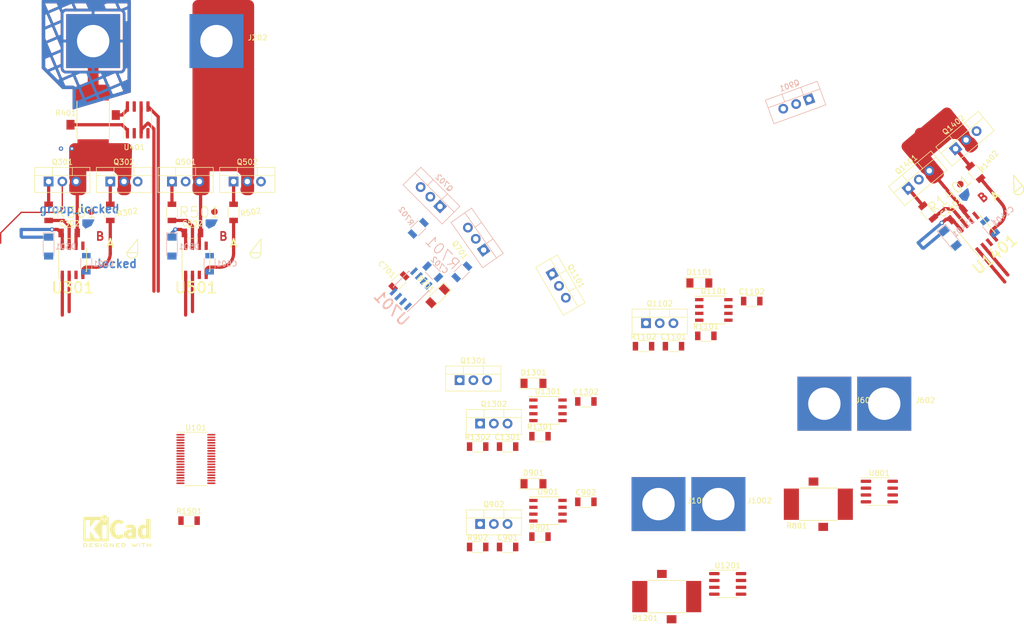
<source format=kicad_pcb>
(kicad_pcb (version 20211014) (generator pcbnew)
  (layers (0 "F.Cu" signal) (31 "B.Cu" signal) (34 "B.Paste" user) (35 "F.Paste" user) (36 "B.SilkS" user "B.Silkscreen") (37 "F.SilkS" user "F.Silkscreen") (38 "B.Mask" user) (39 "F.Mask" user) (44 "Edge.Cuts" user))
  (net 0 "")
  (net 1 "+15V")
  (net 2 "GND")
  (net 3 "/Full Bridge/Leg+/VB")
  (net 4 "/Full Bridge/Leg+/VS")
  (net 5 "/Full Bridge/Leg-/VB")
  (net 6 "/Full Bridge/Leg-/VS")
  (net 7 "/Full Bridge1/Leg+/VB")
  (net 8 "/Full Bridge1/Leg+/VS")
  (net 9 "/Full Bridge1/Leg-/VB")
  (net 10 "/Full Bridge1/Leg-/VS")
  (net 11 "/Full Bridge2/Leg+/VB")
  (net 12 "/Full Bridge2/Leg+/VS")
  (net 13 "/Full Bridge2/Leg-/VB")
  (net 14 "/Full Bridge2/Leg-/VS")
  (net 15 "/Leg+1/VB")
  (net 16 "/Leg+1/VS")
  (net 17 "/Full Bridge/Current sensor/OUT")
  (net 18 "/Full Bridge1/Current sensor/OUT")
  (net 19 "/Full Bridge2/Current sensor/OUT")
  (net 20 "Net-(Q301-Pad1)")
  (net 21 "+VDC")
  (net 22 "Net-(Q302-Pad1)")
  (net 23 "Net-(Q501-Pad1)")
  (net 24 "Net-(Q502-Pad1)")
  (net 25 "Net-(Q701-Pad1)")
  (net 26 "Net-(Q702-Pad1)")
  (net 27 "Net-(Q901-Pad1)")
  (net 28 "Net-(Q902-Pad1)")
  (net 29 "Net-(Q1101-Pad1)")
  (net 30 "Net-(Q1102-Pad1)")
  (net 31 "Net-(Q1301-Pad1)")
  (net 32 "Net-(Q1302-Pad1)")
  (net 33 "Net-(Q1401-Pad1)")
  (net 34 "Net-(Q1402-Pad1)")
  (net 35 "Net-(R301-Pad1)")
  (net 36 "Net-(R302-Pad1)")
  (net 37 "Net-(R401-Pad2)")
  (net 38 "Net-(R401-Pad3)")
  (net 39 "Net-(R501-Pad1)")
  (net 40 "Net-(R502-Pad1)")
  (net 41 "Net-(R701-Pad1)")
  (net 42 "Net-(R702-Pad1)")
  (net 43 "Net-(R801-Pad2)")
  (net 44 "Net-(R801-Pad3)")
  (net 45 "Net-(R901-Pad1)")
  (net 46 "Net-(R902-Pad1)")
  (net 47 "Net-(R1101-Pad1)")
  (net 48 "Net-(R1102-Pad1)")
  (net 49 "Net-(R1201-Pad2)")
  (net 50 "Net-(R1201-Pad3)")
  (net 51 "Net-(R1301-Pad1)")
  (net 52 "Net-(R1302-Pad1)")
  (net 53 "Net-(R1401-Pad1)")
  (net 54 "Net-(R1402-Pad1)")
  (net 57 "+3V3")
  (net 58 "/Full Bridge1/Q_high")
  (net 59 "/Full Bridge1/Q_low")
  (net 60 "/Full Bridge2/Q_high")
  (net 61 "/Full Bridge2/Q_low")
  (net 62 "/Leg+1/Q_HIGH")
  (net 63 "/Leg+1/Q_LOW")
  (net 71 "/Full Bridge/current")
  (net 72 "/Full Bridge1/current")
  (net 73 "/Full Bridge2/current")
  (net 86 "/Full Bridge/Q_low")
  (net 87 "/Full Bridge/Q_high")
  (footprint "Package_SO:SOIC-8_3.9x4.9mm_P1.27mm" (layer "F.Cu") (at 86.36 64.77 90)
    (fp_text reference "U401")
    (fp_text value "INA240A1D" hide)
  )
  (footprint "Passives:R1206M" (layer "F.Cu") (at 69.85 81.915 90)
    (fp_text reference "R301")
    (fp_text value "20R" hide)
  )
  (footprint "Discretes:TO-220" (layer "F.Cu") (at 149.85 139.685)
    (fp_text reference "Q902")
    (fp_text value "CSD19531KCS" hide)
  )
  (footprint "Connector:Pusa_6mm" (layer "F.Cu") (at 194.015 136)
    (fp_text reference "J1002")
    (fp_text value "Pusa_6mm")
  )
  (footprint "Passives:R1206M" (layer "F.Cu") (at 92.71 81.915 90)
    (fp_text reference "R501")
    (fp_text value "20R" hide)
  )
  (footprint "Discretes:TO-220" (layer "F.Cu") (at 180.6 102.465)
    (fp_text reference "Q1102")
    (fp_text value "CSD19531KCS" hide)
  )
  (footprint "Package_SO:SO8" (layer "F.Cu") (at 97.155 90.805 90)
    (fp_text reference "U501")
    (fp_text value "IR2181" hide)
  )
  (footprint "Passives:RM" (layer "F.Cu") (at 184.44 153.145)
    (fp_text reference "R1201")
    (fp_text value "R_Shunt" hide)
  )
  (footprint "Passives:R1206M" (layer "F.Cu") (at 232.908531 81.847943 130)
    (fp_text reference "R1401")
    (fp_text value "20R" hide)
  )
  (footprint "Symbol:KiCad-Logo2_5mm_SilkScreen" (layer "F.Cu") (at 82.55 140.97)
    (fp_text reference "REF**" hide)
    (fp_text value "KiCad-Logo2_5mm_SilkScreen" hide)
  )
  (footprint "Passives:C1206M" (layer "F.Cu") (at 134.779551 94.737166 -135)
    (fp_text reference "C701")
    (fp_text value "1u" hide)
  )
  (footprint "Discretes:TO-220" (layer "F.Cu") (at 237.990887 70.122937 40)
    (fp_text reference "Q1402")
    (fp_text value "CSD19531KCS" hide)
  )
  (footprint "Passives:C1206M" (layer "F.Cu") (at 154.94 143.95)
    (fp_text reference "C901")
    (fp_text value "1u" hide)
  )
  (footprint "Passives:C1206M" (layer "F.Cu") (at 96.52 85.725)
    (fp_text reference "C502")
    (fp_text value "1u" hide)
  )
  (footprint "Discretes:TO-220" (layer "F.Cu") (at 69.85 76.2)
    (fp_text reference "Q301")
    (fp_text value "CSD19531KCS" hide)
  )
  (footprint "Discretes:TO-220" (layer "F.Cu") (at 81.28 76.2)
    (fp_text reference "Q302")
    (fp_text value "CSD19531KCS" hide)
  )
  (footprint "Package_SO:SO8" (layer "F.Cu") (at 242.02798 85.800888 130)
    (fp_text reference "U1401")
    (fp_text value "IR2181" hide)
  )
  (footprint "Discretes:TO-220" (layer "F.Cu") (at 149.85 121.075)
    (fp_text reference "Q1302")
    (fp_text value "CSD19531KCS" hide)
  )
  (footprint "Package_SO:SO8" (layer "F.Cu") (at 162.42 137.225)
    (fp_text reference "U901")
    (fp_text value "IR2181" hide)
  )
  (footprint "Passives:R1206M" (layer "F.Cu") (at 180.14 106.73)
    (fp_text reference "R1102")
    (fp_text value "20R" hide)
  )
  (footprint "Passives:R1206M" (layer "F.Cu") (at 160.94 142.03)
    (fp_text reference "R901")
    (fp_text value "20R" hide)
  )
  (footprint "Connector:Pusa_6mm" (layer "F.Cu") (at 182.915 136)
    (fp_text reference "J1001")
    (fp_text value "Pusa_6mm")
  )
  (footprint "Diode_SMD:D_MiniMELF" (layer "F.Cu") (at 159.74 113.615)
    (fp_text reference "D1301")
    (fp_text value "1N4148")
  )
  (footprint "Passives:C1206M" (layer "F.Cu") (at 169.45 116.97)
    (fp_text reference "C1302")
    (fp_text value "1u" hide)
  )
  (footprint "Connector:Pusa_6mm" (layer "F.Cu") (at 100.965 50.165)
    (fp_text reference "J202")
    (fp_text value "Pusa_6mm")
  )
  (footprint "Diode_SMD:D_MiniMELF" (layer "F.Cu") (at 190.49 95.005)
    (fp_text reference "D1101")
    (fp_text value "1N4148")
  )
  (footprint "Discretes:TO-220" (layer "F.Cu") (at 92.71 76.2)
    (fp_text reference "Q501")
    (fp_text value "CSD19531KCS" hide)
  )
  (footprint "Package_SO:SOIC-8_3.9x4.9mm_P1.27mm" (layer "F.Cu") (at 195.74 150.795)
    (fp_text reference "U1201")
    (fp_text value "INA240A1D")
  )
  (footprint "Discretes:TO-220" (layer "F.Cu") (at 146.05 113.03)
    (fp_text reference "Q1301")
    (fp_text value "CSD19531KCS" hide)
  )
  (footprint "Passives:C1206M" (layer "F.Cu") (at 200.2 98.36)
    (fp_text reference "C1102")
    (fp_text value "1u" hide)
  )
  (footprint "Discretes:TO-220" (layer "F.Cu") (at 229.235 77.47 40)
    (fp_text reference "Q1401")
    (fp_text value "CSD19531KCS" hide)
  )
  (footprint "Package_SO:SO8" (layer "F.Cu") (at 193.17 100.005)
    (fp_text reference "U1101")
    (fp_text value "IR2181" hide)
  )
  (footprint "Passives:R1206M" (layer "F.Cu") (at 81.28 81.915 90)
    (fp_text reference "R302")
    (fp_text value "20R" hide)
  )
  (footprint "Connector:Pusa_6mm" (layer "F.Cu") (at 213.665 117.39)
    (fp_text reference "J601")
    (fp_text value "Pusa_6mm")
  )
  (footprint "Connector:Pusa_6mm" (layer "F.Cu") (at 78.105 50.165)
    (fp_text reference "J201" hide)
    (fp_text value "Pusa_6mm" hide)
  )
  (footprint "Package_SO:SO8" (layer "F.Cu") (at 74.295 90.805 90)
    (fp_text reference "U301")
    (fp_text value "IR2181" hide)
  )
  (footprint "Passives:R1206M" (layer "F.Cu") (at 149.39 143.95)
    (fp_text reference "R902")
    (fp_text value "20R" hide)
  )
  (footprint "Passives:C1206M" (layer "F.Cu") (at 238.276181 82.317552 40)
    (fp_text reference "C1402")
    (fp_text value "1u" hide)
  )
  (footprint "Passives:RM" (layer "F.Cu") (at 212.55 136.025)
    (fp_text reference "R801")
    (fp_text value "R_Shunt" hide)
  )
  (footprint "Package_SO:TSSOP-38_4.4x9.7mm_P0.5mm" (layer "F.Cu") (at 97.155 127.635)
    (fp_text reference "U101")
    (fp_text value "TMS320F28027DA")
  )
  (footprint "Passives:R1206M" (layer "F.Cu") (at 160.94 123.42)
    (fp_text reference "R1301")
    (fp_text value "20R" hide)
  )
  (footprint "Package_SO:SO8" (layer "F.Cu") (at 162.42 118.615)
    (fp_text reference "U1301")
    (fp_text value "IR2181" hide)
  )
  (footprint "Diode_SMD:D_MiniMELF" (layer "F.Cu") (at 159.74 132.225)
    (fp_text reference "D901")
    (fp_text value "1N4148")
  )
  (footprint "Passives:C1206M" (layer "F.Cu") (at 73.66 85.725)
    (fp_text reference "C302")
    (fp_text value "1u" hide)
  )
  (footprint "Passives:C1206M" (layer "F.Cu") (at 154.94 125.34)
    (fp_text reference "C1301")
    (fp_text value "1u" hide)
  )
  (footprint "Discretes:TO-220" (layer "F.Cu") (at 104.14 76.2)
    (fp_text reference "Q502")
    (fp_text value "CSD19531KCS" hide)
  )
  (footprint "Passives:R1206M" (layer "F.Cu") (at 191.69 104.81)
    (fp_text reference "R1101")
    (fp_text value "20R" hide)
  )
  (footprint "Passives:R1206M" (layer "F.Cu") (at 149.39 125.34)
    (fp_text reference "R1302")
    (fp_text value "20R" hide)
  )
  (footprint "Passives:C1206M" (layer "F.Cu") (at 169.45 135.58)
    (fp_text reference "C902")
    (fp_text value "1u" hide)
  )
  (footprint "Passives:RM" (layer "F.Cu") (at 78.105 64.77 -90)
    (fp_text reference "R401")
    (fp_text value "R_Shunt" hide)
  )
  (footprint "Package_SO:SOIC-8_3.9x4.9mm_P1.27mm" (layer "F.Cu") (at 223.85 133.675)
    (fp_text reference "U801")
    (fp_text value "INA240A1D")
  )
  (footprint "Passives:R1206M" (layer "F.Cu") (at 241.664419 74.500881 130)
    (fp_text reference "R1402")
    (fp_text value "20R" hide)
  )
  (footprint "Passives:C1206M" (layer "F.Cu") (at 185.69 106.73)
    (fp_text reference "C1101")
    (fp_text value "1u" hide)
  )
  (footprint "Diode_SMD:D_MiniMELF" (layer "F.Cu") (at 141.963756 97.431243 -135)
    (fp_text reference "D701")
    (fp_text value "1N4148" hide)
  )
  (footprint "Connector:Pusa_6mm" (layer "F.Cu") (at 224.765 117.39)
    (fp_text reference "J602")
    (fp_text value "Pusa_6mm")
  )
  (footprint "Passives:R1206M" (layer "F.Cu") (at 95.885 139.065)
    (fp_text reference "R1501")
    (fp_text value "R1206" hide)
  )
  (footprint "Discretes:TO-220" (layer "F.Cu") (at 163.195 93.345 -60)
    (fp_text reference "Q1101")
    (fp_text value "CSD19531KCS" hide)
  )
  (footprint "Passives:R1206M" (layer "F.Cu") (at 104.14 81.915 90)
    (fp_text reference "R502")
    (fp_text value "20R" hide)
  )
  (footprint "Discretes:TO-220" (layer "B.Cu") (at 210.82 60.96 -160)
    (fp_text reference "Q901")
    (fp_text value "CSD19531KCS" hide)
  )
  (footprint "Passives:R1206M" (layer "B.Cu") (at 146.453884 92.941115 45)
    (fp_text reference "R701")
    (fp_text value "20R" hide)
  )
  (footprint "Passives:C1206M" (layer "B.Cu") (at 141.065731 92.941115 135)
    (fp_text reference "C702")
    (fp_text value "1u" hide)
  )
  (footprint "Package_SO:SO8" (layer "B.Cu") (at 137.024615 96.084204 45)
    (fp_text reference "U701")
    (fp_text value "IR2181" hide)
  )
  (footprint "Diode_SMD:D_MiniMELF" (layer "B.Cu") (at 92.71 88.265 -90)
    (fp_text reference "D501")
    (fp_text value "1N4148" hide)
  )
  (footprint "Diode_SMD:D_MiniMELF" (layer "B.Cu") (at 236.990232 86.712326 -50)
    (fp_text reference "D1401")
    (fp_text value "1N4148" hide)
  )
  (footprint "Diode_SMD:D_MiniMELF" (layer "B.Cu") (at 69.85 88.265 -90)
    (fp_text reference "D301")
    (fp_text value "1N4148" hide)
  )
  (footprint "Discretes:TO-220" (layer "B.Cu") (at 150.495 88.9 125)
    (fp_text reference "Q701")
    (fp_text value "CSD19531KCS" hide)
  )
  (footprint "Passives:C1206M" (layer "B.Cu") (at 76.835 91.44 -90)
    (fp_text reference "C301")
    (fp_text value "1u" hide)
  )
  (footprint "Passives:C1206M" (layer "B.Cu") (at 99.695 91.44 -90)
    (fp_text reference "C501")
    (fp_text value "1u" hide)
  )
  (footprint "Passives:R1206M" (layer "B.Cu") (at 138.371654 84.858884 45)
    (fp_text reference "R702")
    (fp_text value "20R" hide)
  )
  (footprint "Discretes:TO-220" (layer "B.Cu") (at 142.412769 80.817769 135)
    (fp_text reference "Q702")
    (fp_text value "CSD19531KCS" hide)
  )
  (footprint "Passives:C1206M" (layer "B.Cu") (at 244.381903 84.654645 -50)
    (fp_text reference "C1401")
    (fp_text value "1u" hide)
  )
  (gr_circle (center 77.724 81.788) (end 78.232 81.788) (layer "F.Cu") (width 0.2) (fill solid))
  (gr_circle (center 238.858731 76.689347) (end 239.247882 76.362811) (layer "F.Cu") (width 0.2) (fill solid))
  (gr_circle (center 100.584 81.788) (end 101.092 81.788) (layer "F.Cu") (width 0.2) (fill solid))
  (gr_circle (center 238.858731 76.689347) (end 239.247882 76.362811) (layer "F.Cu") (width 0.2) (fill solid))
  (gr_poly (pts (xy 240.491412 78.6351) (xy 240.039647 79.677322) (xy 239.32396 79.614708) (xy 238.670888 78.836407) (xy 240.22749 77.530262)) (layer "B.Cu") (width 0.2) (fill solid))
  (gr_poly (pts (xy 240.491412 78.6351) (xy 240.039647 79.677322) (xy 239.32396 79.614708) (xy 238.670888 78.836407) (xy 240.22749 77.530262)) (layer "B.Cu") (width 0.2) (fill solid))
  (gr_poly (pts (xy 77.724 84.328) (xy 76.708 84.836) (xy 76.2 84.328) (xy 76.2 83.312) (xy 78.232 83.312)) (layer "B.Cu") (width 0.2) (fill solid))
  (gr_poly (pts (xy 100.584 84.328) (xy 99.568 84.836) (xy 99.06 84.328) (xy 99.06 83.312) (xy 101.092 83.312)) (layer "B.Cu") (width 0.2) (fill solid))
  (gr_arc (start 250.372333 76.975492) (mid 250.247103 78.406866) (end 248.81573 78.281636) (layer "F.SilkS") (width 0.15))
  (gr_line (start 250.372333 76.975492) (end 248.81573 78.281636) (layer "F.SilkS") (width 0.15))
  (gr_arc (start 250.372333 76.975492) (mid 250.247103 78.406866) (end 248.81573 78.281636) (layer "F.SilkS") (width 0.15))
  (gr_line (start 86.36 86.868) (end 86.36 89.408) (layer "F.SilkS") (width 0.15))
  (gr_line (start 107.188 89.408) (end 109.22 86.868) (layer "F.SilkS") (width 0.15))
  (gr_arc (start 109.22 89.408) (mid 108.204 90.424) (end 107.188 89.408) (layer "F.SilkS") (width 0.15))
  (gr_line (start 109.22 86.868) (end 109.22 89.408) (layer "F.SilkS") (width 0.15))
  (gr_line (start 248.739652 75.029739) (end 250.372333 76.975492) (layer "F.SilkS") (width 0.15))
  (gr_line (start 248.81573 78.281636) (end 248.739652 75.029739) (layer "F.SilkS") (width 0.15))
  (gr_line (start 248.739652 75.029739) (end 250.372333 76.975492) (layer "F.SilkS") (width 0.15))
  (gr_line (start 84.328 89.408) (end 86.36 86.868) (layer "F.SilkS") (width 0.15))
  (gr_line (start 248.81573 78.281636) (end 248.739652 75.029739) (layer "F.SilkS") (width 0.15))
  (gr_line (start 86.36 89.408) (end 84.328 89.408) (layer "F.SilkS") (width 0.15))
  (gr_line (start 250.372333 76.975492) (end 248.81573 78.281636) (layer "F.SilkS") (width 0.15))
  (gr_arc (start 86.36 89.408) (mid 85.344 90.424) (end 84.328 89.408) (layer "F.SilkS") (width 0.15))
  (gr_line (start 109.22 89.408) (end 107.188 89.408) (layer "F.SilkS") (width 0.15))
  (gr_text "B" (at 243.062295 79.13046 40) (layer "F.Cu") (effects (font (size 1.5 1.5) (thickness 0.3))))
  (gr_text "B" (at 79.375 86.36) (layer "F.Cu") (effects (font (size 1.5 1.5) (thickness 0.3))))
  (gr_text "B" (at 102.235 86.36) (layer "F.Cu") (effects (font (size 1.5 1.5) (thickness 0.3))))
  (gr_text "B" (at 243.062295 79.13046 40) (layer "F.Cu") (effects (font (size 1.5 1.5) (thickness 0.3))))
  (gr_text "locked" (at 82.55 91.44) (layer "B.Cu") (effects (font (size 1.5 1.5) (thickness 0.3))))
  (gr_text "group_locked" (at 75.565 81.28) (layer "B.Cu") (effects (font (size 1.5 1.5) (thickness 0.3))))
  (gr_text "A" (at 104.14 87.63) (layer "F.SilkS") (effects (font (size 1.5 1.5) (thickness 0.3))))
  (gr_text "A" (at 245.33795 78.878826 40) (layer "F.SilkS") (effects (font (size 1.5 1.5) (thickness 0.3))))
  (gr_text "A" (at 81.28 87.63) (layer "F.SilkS") (effects (font (size 1.5 1.5) (thickness 0.3))))
  (gr_text "A" (at 245.33795 78.878826 40) (layer "F.SilkS") (effects (font (size 1.5 1.5) (thickness 0.3))))
  (via (at 72.136 70.104) (size 0.8) (drill 0.4) (layers "F.Cu" "B.Cu") (net 0))
  (segment (start 71.525 85.09) (end 72.16 85.725) (width 0.6) (layer "F.Cu") (net 3))
  (segment (start 72.39 88.105) (end 72.39 85.955) (width 0.6) (layer "F.Cu") (net 3))
  (segment (start 70.485 85.09) (end 71.525 85.09) (width 0.6) (layer "F.Cu") (net 3))
  (segment (start 72.39 85.955) (end 72.16 85.725) (width 0.6) (layer "F.Cu") (net 3))
  (via (at 70.485 85.09) (size 0.8) (drill 0.4) (layers "F.Cu" "B.Cu") (net 3))
  (segment (start 64.77 86.36) (end 64.925 86.515) (width 0.6) (layer "B.Cu") (net 3))
  (segment (start 70.485 85.09) (end 64.77 85.09) (width 0.6) (layer "B.Cu") (net 3))
  (segment (start 64.925 86.515) (end 69.85 86.515) (width 0.6) (layer "B.Cu") (net 3))
  (segment (start 64.77 85.09) (end 64.77 86.36) (width 0.6) (layer "B.Cu") (net 3))
  (segment (start 83.82 73.025) (end 78.74 73.025) (width 2) (layer "F.Cu") (net 4))
  (segment (start 75.16 76.43) (end 74.93 76.2) (width 0.6) (layer "F.Cu") (net 4))
  (segment (start 78.105 72.39) (end 78.74 73.025) (width 2) (layer "F.Cu") (net 4))
  (segment (start 74.93 88.105) (end 74.93 85.955) (width 0.6) (layer "F.Cu") (net 4))
  (segment (start 83.82 76.2) (end 83.82 73.025) (width 2) (layer "F.Cu") (net 4))
  (segment (start 78.105 69.77) (end 78.105 72.39) (width 2) (layer "F.Cu") (net 4))
  (segment (start 78.74 73.025) (end 74.93 73.025) (width 2) (layer "F.Cu") (net 4))
  (segment (start 74.93 85.955) (end 75.16 85.725) (width 0.6) (layer "F.Cu") (net 4))
  (segment (start 75.16 85.725) (end 75.16 76.43) (width 0.6) (layer "F.Cu") (net 4))
  (segment (start 74.93 73.025) (end 74.93 76.2) (width 2) (layer "F.Cu") (net 4))
  (via (at 74.168 70.104) (size 0.8) (drill 0.4) (layers "F.Cu" "B.Cu") (net 4))
  (segment (start 95.25 85.955) (end 95.02 85.725) (width 0.6) (layer "F.Cu") (net 5))
  (segment (start 94.385 85.09) (end 95.02 85.725) (width 0.6) (layer "F.Cu") (net 5))
  (segment (start 95.25 88.105) (end 95.25 85.955) (width 0.6) (layer "F.Cu") (net 5))
  (segment (start 93.345 85.09) (end 94.385 85.09) (width 0.6) (layer "F.Cu") (net 5))
  (via (at 93.345 85.09) (size 0.8) (drill 0.4) (layers "F.Cu" "B.Cu") (net 5))
  (segment (start 92.71 85.725) (end 93.345 85.09) (width 0.6) (layer "B.Cu") (net 5))
  (segment (start 92.71 86.515) (end 92.71 85.725) (width 0.6) (layer "B.Cu") (net 5))
  (segment (start 97.79 85.955) (end 98.02 85.725) (width 0.6) (layer "F.Cu") (net 6))
  (segment (start 98.02 85.725) (end 98.02 76.43) (width 0.6) (layer "F.Cu") (net 6))
  (segment (start 98.02 76.43) (end 97.79 76.2) (width 0.6) (layer "F.Cu") (net 6))
  (segment (start 106.68 76.2) (end 106.68 73.025) (width 2) (layer "F.Cu") (net 6))
  (segment (start 100.965 72.39) (end 101.6 73.025) (width 2) (layer "F.Cu") (net 6))
  (segment (start 97.79 88.105) (end 97.79 85.955) (width 0.6) (layer "F.Cu") (net 6))
  (segment (start 97.79 73.025) (end 97.79 76.2) (width 2) (layer "F.Cu") (net 6))
  (segment (start 100.965 69.77) (end 100.965 72.39) (width 2) (layer "F.Cu") (net 6))
  (segment (start 101.6 73.025) (end 97.79 73.025) (width 2) (layer "F.Cu") (net 6))
  (segment (start 106.68 73.025) (end 101.6 73.025) (width 2) (layer "F.Cu") (net 6))
  (segment (start 235.43582 83.871965) (end 236.232506 83.203466) (width 0.6) (layer "F.Cu") (net 15))
  (segment (start 238.833139 84.957079) (end 237.451146 83.310083) (width 0.6) (layer "F.Cu") (net 15))
  (segment (start 236.232506 83.203466) (end 237.127115 83.281734) (width 0.6) (layer "F.Cu") (net 15))
  (segment (start 237.451146 83.310083) (end 237.127115 83.281734) (width 0.6) (layer "F.Cu") (net 15))
  (segment (start 236.232506 83.203466) (end 237.127115 83.281734) (width 0.6) (layer "F.Cu") (net 15))
  (segment (start 235.43582 83.871965) (end 236.232506 83.203466) (width 0.6) (layer "F.Cu") (net 15))
  (segment (start 238.833139 84.957079) (end 237.451146 83.310083) (width 0.6) (layer "F.Cu") (net 15))
  (segment (start 237.451146 83.310083) (end 237.127115 83.281734) (width 0.6) (layer "F.Cu") (net 15))
  (via (at 235.43582 83.871965) (size 0.8) (drill 0.4) (layers "F.Cu" "B.Cu") (net 15))
  (via (at 235.43582 83.871965) (size 0.8) (drill 0.4) (layers "F.Cu" "B.Cu") (net 15))
  (segment (start 231.057876 87.545496) (end 231.874216 88.518373) (width 0.6) (layer "B.Cu") (net 15))
  (segment (start 231.874216 88.518373) (end 232.092585 88.537477) (width 0.6) (layer "B.Cu") (net 15))
  (segment (start 235.43582 83.871965) (end 231.057876 87.545496) (width 0.6) (layer "B.Cu") (net 15))
  (segment (start 232.092585 88.537477) (end 235.865354 85.371748) (width 0.6) (layer "B.Cu") (net 15))
  (segment (start 239.425248 81.353371) (end 233.450537 74.232988) (width 0.6) (layer "F.Cu") (net 16))
  (segment (start 237.89579 66.058066) (end 234.004284 69.323427) (width 2) (layer "F.Cu") (net 16))
  (segment (start 231.085655 71.772448) (end 233.126506 74.204639) (width 2) (layer "F.Cu") (net 16))
  (segment (start 240.778892 83.324398) (end 239.396899 81.677402) (width 0.6) (layer "F.Cu") (net 16))
  (segment (start 239.936641 68.490257) (end 237.89579 66.058066) (width 2) (layer "F.Cu") (net 16))
  (segment (start 231.085655 71.772448) (end 233.126506 74.204639) (width 2) (layer "F.Cu") (net 16))
  (segment (start 231.425573 67.238123) (end 233.109676 69.245159) (width 2) (layer "F.Cu") (net 16))
  (segment (start 239.425248 81.353371) (end 233.450537 74.232988) (width 0.6) (layer "F.Cu") (net 16))
  (segment (start 240.778892 83.324398) (end 239.396899 81.677402) (width 0.6) (layer "F.Cu") (net 16))
  (segment (start 233.109676 69.245159) (end 234.004284 69.323427) (width 2) (layer "F.Cu") (net 16))
  (segment (start 239.936641 68.490257) (end 237.89579 66.058066) (width 2) (layer "F.Cu") (net 16))
  (segment (start 233.450537 74.232988) (end 233.126506 74.204639) (width 0.6) (layer "F.Cu") (net 16))
  (segment (start 237.89579 66.058066) (end 234.004284 69.323427) (width 2) (layer "F.Cu") (net 16))
  (segment (start 239.396899 81.677402) (end 239.425248 81.353371) (width 0.6) (layer "F.Cu") (net 16))
  (segment (start 234.004284 69.323427) (end 231.085655 71.772448) (width 2) (layer "F.Cu") (net 16))
  (segment (start 233.450537 74.232988) (end 233.126506 74.204639) (width 0.6) (layer "F.Cu") (net 16))
  (segment (start 239.396899 81.677402) (end 239.425248 81.353371) (width 0.6) (layer "F.Cu") (net 16))
  (segment (start 234.004284 69.323427) (end 231.085655 71.772448) (width 2) (layer "F.Cu") (net 16))
  (segment (start 233.109676 69.245159) (end 234.004284 69.323427) (width 2) (layer "F.Cu") (net 16))
  (segment (start 78.105 59.77) (end 78.105 50.165) (width 2) (layer "F.Cu") (net 17))
  (segment (start 69.85 80.415) (end 69.85 76.2) (width 0.6) (layer "F.Cu") (net 20))
  (segment (start 64.77 81.915) (end 60.96 85.725) (width 0.25) (layer "F.Cu") (net 21))
  (segment (start 72.39 76.2) (end 72.39 81.28) (width 0.25) (layer "F.Cu") (net 21))
  (segment (start 72.39 81.28) (end 71.755 81.915) (width 0.25) (layer "F.Cu") (net 21))
  (segment (start 60.96 85.725) (end 60.96 87.63) (width 0.25) (layer "F.Cu") (net 21))
  (segment (start 71.755 81.915) (end 64.77 81.915) (width 0.25) (layer "F.Cu") (net 21))
  (segment (start 81.28 80.415) (end 81.28 76.2) (width 0.6) (layer "F.Cu") (net 22))
  (segment (start 92.71 80.415) (end 92.71 76.2) (width 0.6) (layer "F.Cu") (net 23))
  (segment (start 104.14 80.415) (end 104.14 76.2) (width 0.6) (layer "F.Cu") (net 24))
  (segment (start 231.94435 80.698877) (end 229.235 77.47) (width 0.6) (layer "F.Cu") (net 33))
  (segment (start 231.94435 80.698877) (end 229.235 77.47) (width 0.6) (layer "F.Cu") (net 33))
  (segment (start 240.700238 73.351815) (end 237.990888 70.122938) (width 0.6) (layer "F.Cu") (net 34))
  (segment (start 240.700238 73.351815) (end 237.990888 70.122938) (width 0.6) (layer "F.Cu") (net 34))
  (segment (start 73.66 88.105) (end 73.66 84.455) (width 0.6) (layer "F.Cu") (net 35))
  (segment (start 72.62 83.415) (end 69.85 83.415) (width 0.6) (layer "F.Cu") (net 35))
  (segment (start 73.66 84.455) (end 72.62 83.415) (width 0.6) (layer "F.Cu") (net 35))
  (segment (start 76.2 93.505) (end 76.2 92.71) (width 0.6) (layer "F.Cu") (net 36))
  (segment (start 76.835 92.075) (end 78.74 92.075) (width 0.6) (layer "F.Cu") (net 36))
  (segment (start 81.28 89.535) (end 81.28 83.415) (width 0.6) (layer "F.Cu") (net 36))
  (arc (start 76.2 92.71) (mid 76.385987 92.260987) (end 76.835 92.075) (width 0.6) (layer "F.Cu") (net 36))
  (arc (start 78.74 92.075) (mid 80.536051 91.331051) (end 81.28 89.535) (width 0.6) (layer "F.Cu") (net 36))
  (segment (start 82.305 63.87) (end 83.45 63.87) (width 0.6) (layer "F.Cu") (net 37))
  (segment (start 83.45 63.87) (end 84.455 62.865) (width 0.6) (layer "F.Cu") (net 37))
  (segment (start 84.455 62.865) (end 84.455 62.295) (width 0.6) (layer "F.Cu") (net 37))
  (segment (start 83.45 65.67) (end 84.455 66.675) (width 0.6) (layer "F.Cu") (net 38))
  (segment (start 73.905 65.67) (end 83.45 65.67) (width 0.6) (layer "F.Cu") (net 38))
  (segment (start 84.455 66.675) (end 84.455 67.245) (width 0.6) (layer "F.Cu") (net 38))
  (segment (start 96.52 84.455) (end 95.48 83.415) (width 0.6) (layer "F.Cu") (net 39))
  (segment (start 95.48 83.415) (end 92.71 83.415) (width 0.6) (layer "F.Cu") (net 39))
  (segment (start 96.52 88.105) (end 96.52 84.455) (width 0.6) (layer "F.Cu") (net 39))
  (segment (start 104.14 89.535) (end 104.14 83.415) (width 0.6) (layer "F.Cu") (net 40))
  (segment (start 99.06 93.505) (end 99.06 92.71) (width 0.6) (layer "F.Cu") (net 40))
  (segment (start 99.695 92.075) (end 101.6 92.075) (width 0.6) (layer "F.Cu") (net 40))
  (arc (start 99.06 92.71) (mid 99.245987 92.260987) (end 99.695 92.075) (width 0.6) (layer "F.Cu") (net 40))
  (arc (start 101.6 92.075) (mid 103.396051 91.331051) (end 104.14 89.535) (width 0.6) (layer "F.Cu") (net 40))
  (segment (start 237.459841 81.344676) (end 235.994656 81.216489) (width 0.6) (layer "F.Cu") (net 53))
  (segment (start 237.459841 81.344676) (end 235.994656 81.216489) (width 0.6) (layer "F.Cu") (net 53))
  (segment (start 235.994656 81.216489) (end 233.872713 82.997011) (width 0.6) (layer "F.Cu") (net 53))
  (segment (start 239.806016 84.140738) (end 237.459841 81.344676) (width 0.6) (layer "F.Cu") (net 53))
  (segment (start 239.806016 84.140738) (end 237.459841 81.344676) (width 0.6) (layer "F.Cu") (net 53))
  (segment (start 235.994656 81.216489) (end 233.872713 82.997011) (width 0.6) (layer "F.Cu") (net 53))
  (segment (start 244.790074 85.141084) (end 246.249388 83.916574) (width 0.6) (layer "F.Cu") (net 54))
  (segment (start 245.222822 86.644698) (end 244.711806 86.035692) (width 0.6) (layer "F.Cu") (net 54))
  (segment (start 245.222822 86.644698) (end 244.711806 86.035692) (width 0.6) (layer "F.Cu") (net 54))
  (segment (start 246.562461 80.33814) (end 242.628601 75.649948) (width 0.6) (layer "F.Cu") (net 54))
  (segment (start 246.562461 80.33814) (end 242.628601 75.649948) (width 0.6) (layer "F.Cu") (net 54))
  (segment (start 244.790074 85.141084) (end 246.249388 83.916574) (width 0.6) (layer "F.Cu") (net 54))
  (arc (start 246.249388 83.916574) (mid 247.147042 82.192196) (end 246.562461 80.33814) (width 0.6) (layer "F.Cu") (net 54))
  (arc (start 246.249388 83.916574) (mid 247.147042 82.192196) (end 246.562461 80.33814) (width 0.6) (layer "F.Cu") (net 54))
  (arc (start 244.711806 86.035692) (mid 244.56566 85.572178) (end 244.790074 85.141084) (width 0.6) (layer "F.Cu") (net 54))
  (arc (start 244.711806 86.035692) (mid 244.56566 85.572178) (end 244.790074 85.141084) (width 0.6) (layer "F.Cu") (net 54))
  (segment (start 88.211441 65.405) (end 88.318559 65.405) (width 0.6) (layer "F.Cu") (net 57))
  (segment (start 86.995 66.621441) (end 88.211441 65.405) (width 0.6) (layer "F.Cu") (net 57))
  (segment (start 86.995 67.245) (end 86.995 66.621441) (width 0.6) (layer "F.Cu") (net 57))
  (segment (start 88.318559 65.405) (end 89.37048 66.456921) (width 0.6) (layer "F.Cu") (net 57))
  (segment (start 89.37048 66.456921) (end 89.37048 96.52) (width 0.6) (layer "F.Cu") (net 57))
  (segment (start 86.995 62.295) (end 86.995 67.245) (width 0.6) (layer "F.Cu") (net 57))
  (segment (start 242.304192 89.093719) (end 247.099388 94.80841) (width 0.6) (layer "F.Cu") (net 62))
  (segment (start 242.304192 89.093719) (end 247.099388 94.80841) (width 0.6) (layer "F.Cu") (net 62))
  (segment (start 243.277069 88.277378) (end 247.664094 93.505632) (width 0.6) (layer "F.Cu") (net 63))
  (segment (start 243.277069 88.277378) (end 247.664094 93.505632) (width 0.6) (layer "F.Cu") (net 63))
  (segment (start 88.265 62.295) (end 90.17 64.2) (width 0.6) (layer "F.Cu") (net 71))
  (segment (start 90.17 64.2) (end 90.17 96.52) (width 0.6) (layer "F.Cu") (net 71))
  (segment (start 73.66 93.505) (end 73.66 100.33) (width 0.6) (layer "F.Cu") (net 86))
  (segment (start 95.25 93.505) (end 95.25 100.965) (width 0.6) (layer "F.Cu") (net 86))
  (segment (start 72.39 93.505) (end 72.39 100.965) (width 0.6) (layer "F.Cu") (net 87))
  (segment (start 96.52 93.505) (end 96.52 100.33) (width 0.6) (layer "F.Cu") (net 87))
  (zone (net 16) (net_name "/Leg+1/VS") (layer "F.Cu") (connect_pads yes (clearance 0.508)) (min_thickness 0.254) (fill yes (thermal_gap 0.508) (thermal_bridge_width 0.508) (smoothing fillet) (radius 1))
    (polygon (pts (xy 242.542198 69.61967) (xy 241.082883 70.84418) (xy 240.188275 70.765912) (xy 238.147424 68.333721) (xy 237.252816 68.255453) (xy 233.36131 71.520814) (xy 236.218501 74.925881) (xy 233.78631 76.966732) (xy 227.582124 69.572871) (xy 236.532587 62.062541)))
  )
  (zone (net 16) (net_name "/Leg+1/VS") (layer "F.Cu") (connect_pads yes (clearance 0.508)) (min_thickness 0.254) (fill yes (thermal_gap 0.508) (thermal_bridge_width 0.508) (smoothing fillet) (radius 1))
    (polygon (pts (xy 242.542198 69.61967) (xy 241.082883 70.84418) (xy 240.188275 70.765912) (xy 238.147424 68.333721) (xy 237.252816 68.255453) (xy 233.36131 71.520814) (xy 236.218501 74.925881) (xy 233.78631 76.966732) (xy 227.582124 69.572871) (xy 236.532587 62.062541)))
  )
  (zone (net 4) (net_name "/Full Bridge/Leg+/VS") (layer "F.Cu") (connect_pads yes (clearance 0.508)) (min_thickness 0.254) (fill yes (thermal_gap 0.508) (thermal_bridge_width 0.508) (smoothing fillet) (radius 1))
    (polygon (pts (xy 85.09 78.74) (xy 83.185 78.74) (xy 82.55 78.105) (xy 82.55 74.93) (xy 81.915 74.295) (xy 76.835 74.295) (xy 76.835 78.74) (xy 73.66 78.74) (xy 73.66 69.088) (xy 85.344 69.088)))
  )
  (zone (net 17) (net_name "/Full Bridge/Current sensor/OUT") (layers F&B.Cu) (connect_pads thru_hole_only (clearance 0.508)) (min_thickness 0.254) (fill yes (mode hatch) (thermal_gap 0.508) (thermal_bridge_width 0.508) (hatch_thickness 0.5) (hatch_gap 2) (hatch_orientation 23) (hatch_border_algorithm hatch_thickness) (hatch_min_hole_area 0.3))
    (polygon (pts (xy 85.09 59.69) (xy 74.295 62.865) (xy 74.295 59.055) (xy 72.39 59.055) (xy 68.58 55.245) (xy 68.58 42.545) (xy 85.09 42.545)))
  )
  (zone (net 6) (net_name "/Full Bridge/Leg-/VS") (layer "F.Cu") (connect_pads yes (clearance 0.508)) (min_thickness 0.254) (fill yes (thermal_gap 0.508) (thermal_bridge_width 0.508) (smoothing fillet) (radius 1))
    (polygon (pts (xy 107.95 78.74) (xy 106.045 78.74) (xy 105.41 78.105) (xy 105.41 74.93) (xy 104.775 74.295) (xy 99.695 74.295) (xy 99.695 78.74) (xy 96.52 78.74) (xy 96.52 42.545) (xy 107.95 42.545)))
  )
)
</source>
